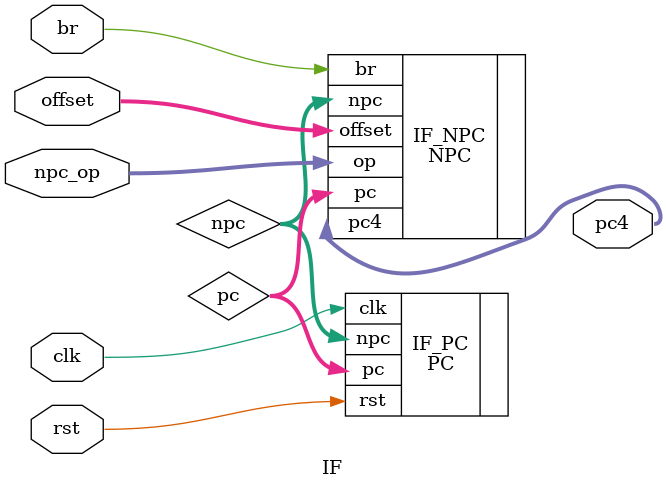
<source format=v>
`timescale 1ns / 1ps
`include "defines.vh"

module IF(
    input wire clk,
    input wire rst,
    input wire [31:0] offset,
    input wire br,
    input wire [1:0] npc_op,
    output wire [31:0] pc4
    );
    
    wire [31:0] pc;
    wire [31:0] npc;
    
    NPC IF_NPC (
        .pc(pc),
        .offset(offset),
        .br(br),
        .op(npc_op),
        .npc(npc),
        .pc4(pc4)
    );
    
    PC IF_PC (
        .clk(clk),
        .rst(rst),
        .npc(npc),
        .pc(pc)
    );
endmodule

</source>
